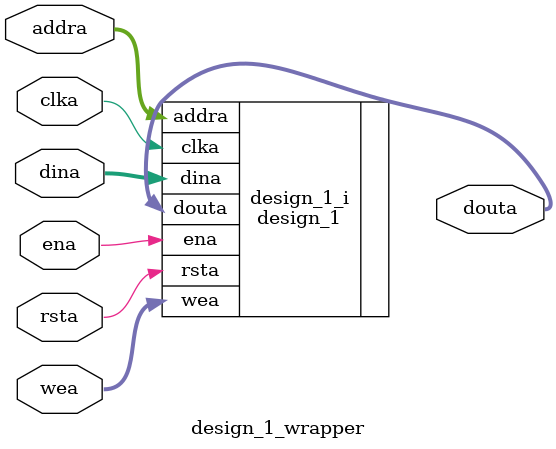
<source format=v>
`timescale 1 ps / 1 ps

module design_1_wrapper
   (addra,
    clka,
    dina,
    douta,
    ena,
    rsta,
    wea);
  input [31:0]addra;
  input clka;
  input [31:0]dina;
  output [31:0]douta;
  input ena;
  input rsta;
  input [3:0]wea;

  wire [31:0]addra;
  wire clka;
  wire [31:0]dina;
  wire [31:0]douta;
  wire ena;
  wire rsta;
  wire [3:0]wea;

  design_1 design_1_i
       (.addra(addra),
        .clka(clka),
        .dina(dina),
        .douta(douta),
        .ena(ena),
        .rsta(rsta),
        .wea(wea));
endmodule

</source>
